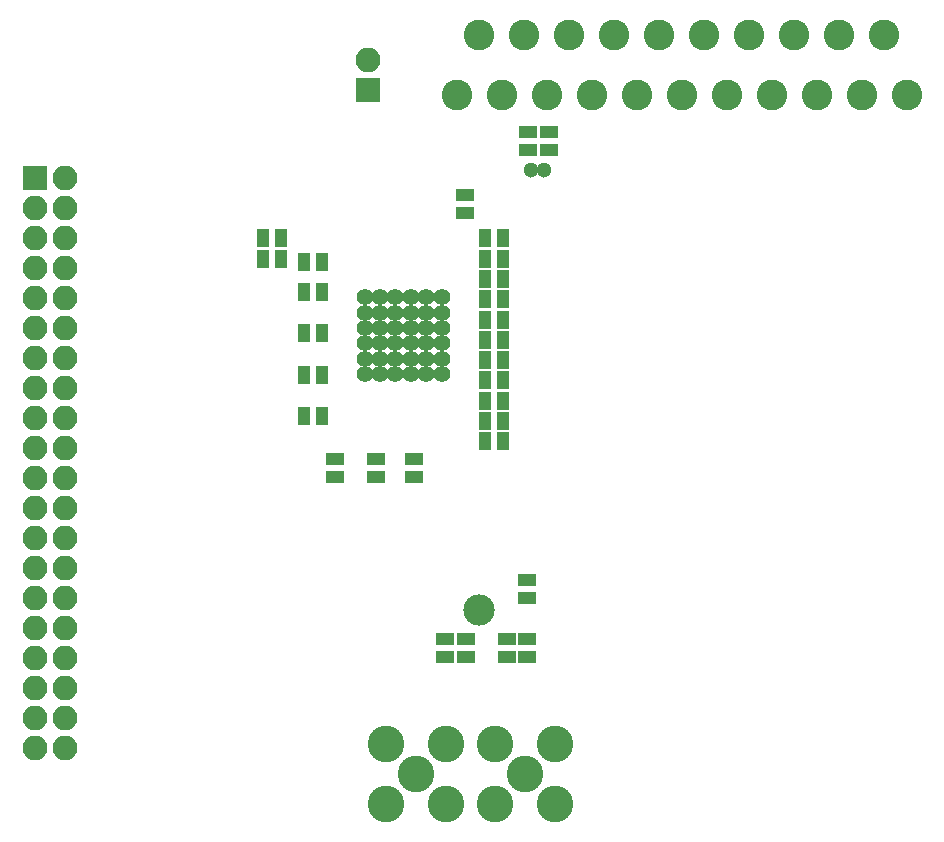
<source format=gbr>
G04 #@! TF.FileFunction,Soldermask,Bot*
%FSLAX46Y46*%
G04 Gerber Fmt 4.6, Leading zero omitted, Abs format (unit mm)*
G04 Created by KiCad (PCBNEW 4.0.6+dfsg1-1) date Fri Sep 29 01:28:00 2017*
%MOMM*%
%LPD*%
G01*
G04 APERTURE LIST*
%ADD10C,0.100000*%
%ADD11R,1.035000X1.543000*%
%ADD12R,1.543000X1.035000*%
%ADD13R,2.100000X2.100000*%
%ADD14O,2.100000X2.100000*%
%ADD15C,3.100000*%
%ADD16C,2.600000*%
%ADD17C,1.300000*%
%ADD18C,2.650000*%
%ADD19C,1.400000*%
G04 APERTURE END LIST*
D10*
D11*
X60242000Y-52890000D03*
X58718000Y-52890000D03*
X60242000Y-64900000D03*
X58718000Y-64900000D03*
X60242000Y-61470000D03*
X58718000Y-61470000D03*
X60242000Y-56320000D03*
X58718000Y-56320000D03*
X60242000Y-51170000D03*
X58718000Y-51170000D03*
X60232000Y-47720000D03*
X58708000Y-47720000D03*
X60242000Y-63180000D03*
X58718000Y-63180000D03*
X60242000Y-59750000D03*
X58718000Y-59750000D03*
X60242000Y-58030000D03*
X58718000Y-58030000D03*
X60242000Y-54600000D03*
X58718000Y-54600000D03*
X60242000Y-49450000D03*
X58718000Y-49450000D03*
D12*
X64120000Y-40242000D03*
X64120000Y-38718000D03*
X62340000Y-40242000D03*
X62340000Y-38718000D03*
X57040000Y-44078000D03*
X57040000Y-45602000D03*
X52760000Y-66368000D03*
X52760000Y-67892000D03*
X49520000Y-67892000D03*
X49520000Y-66368000D03*
X46080000Y-67902000D03*
X46080000Y-66378000D03*
D11*
X43418000Y-52240000D03*
X44942000Y-52240000D03*
X43408000Y-49740000D03*
X44932000Y-49740000D03*
X43418000Y-62750000D03*
X44942000Y-62750000D03*
X43418000Y-59250000D03*
X44942000Y-59250000D03*
X43418000Y-55750000D03*
X44942000Y-55750000D03*
D12*
X62300000Y-78132000D03*
X62300000Y-76608000D03*
X62280000Y-81638000D03*
X62280000Y-83162000D03*
X55370000Y-81618000D03*
X55370000Y-83142000D03*
X60560000Y-81638000D03*
X60560000Y-83162000D03*
X57090000Y-81618000D03*
X57090000Y-83142000D03*
D13*
X20630000Y-42600000D03*
D14*
X23170000Y-42600000D03*
X20630000Y-45140000D03*
X23170000Y-45140000D03*
X20630000Y-47680000D03*
X23170000Y-47680000D03*
X20630000Y-50220000D03*
X23170000Y-50220000D03*
X20630000Y-52760000D03*
X23170000Y-52760000D03*
X20630000Y-55300000D03*
X23170000Y-55300000D03*
X20630000Y-57840000D03*
X23170000Y-57840000D03*
X20630000Y-60380000D03*
X23170000Y-60380000D03*
X20630000Y-62920000D03*
X23170000Y-62920000D03*
X20630000Y-65460000D03*
X23170000Y-65460000D03*
X20630000Y-68000000D03*
X23170000Y-68000000D03*
X20630000Y-70540000D03*
X23170000Y-70540000D03*
X20630000Y-73080000D03*
X23170000Y-73080000D03*
X20630000Y-75620000D03*
X23170000Y-75620000D03*
X20630000Y-78160000D03*
X23170000Y-78160000D03*
X20630000Y-80700000D03*
X23170000Y-80700000D03*
X20630000Y-83240000D03*
X23170000Y-83240000D03*
X20630000Y-85780000D03*
X23170000Y-85780000D03*
X20630000Y-88320000D03*
X23170000Y-88320000D03*
X20630000Y-90860000D03*
X23170000Y-90860000D03*
D15*
X52860000Y-93040000D03*
X55400000Y-90500000D03*
X50320000Y-90500000D03*
X50320000Y-95580000D03*
X55400000Y-95580000D03*
X62110000Y-93040000D03*
X64650000Y-90500000D03*
X59570000Y-90500000D03*
X59570000Y-95580000D03*
X64650000Y-95580000D03*
D16*
X58250000Y-30500000D03*
X60155000Y-35580000D03*
X62060000Y-30500000D03*
X63965000Y-35580000D03*
X65870000Y-30500000D03*
X67775000Y-35580000D03*
X69680000Y-30500000D03*
X71585000Y-35580000D03*
X73490000Y-30500000D03*
X75395000Y-35580000D03*
X77300000Y-30500000D03*
X79205000Y-35580000D03*
X92540000Y-30500000D03*
X83015000Y-35580000D03*
X81110000Y-30500000D03*
X86825000Y-35580000D03*
X84920000Y-30500000D03*
X90635000Y-35580000D03*
X88730000Y-30500000D03*
X94445000Y-35580000D03*
X56345000Y-35580000D03*
D13*
X48870000Y-35180000D03*
D14*
X48870000Y-32640000D03*
D11*
X39928000Y-47720000D03*
X41452000Y-47720000D03*
X39928000Y-49480000D03*
X41452000Y-49480000D03*
D17*
X63750000Y-41910000D03*
X62650000Y-41910000D03*
D18*
X58190000Y-79220000D03*
D19*
X55058340Y-59215800D03*
X53758340Y-59215800D03*
X52458340Y-59215800D03*
X51158340Y-59215800D03*
X49858340Y-59215800D03*
X48558340Y-59215800D03*
X55058340Y-57915800D03*
X53758340Y-57915800D03*
X52458340Y-57915800D03*
X51158340Y-57915800D03*
X49858340Y-57915800D03*
X48558340Y-57915800D03*
X55058340Y-56615800D03*
X53758340Y-56615800D03*
X52458340Y-56615800D03*
X51158340Y-56615800D03*
X49858340Y-56615800D03*
X48558340Y-56615800D03*
X55058340Y-55315800D03*
X53758340Y-55315800D03*
X52458340Y-55315800D03*
X51158340Y-55315800D03*
X49858340Y-55315800D03*
X48558340Y-55315800D03*
X55058340Y-54015800D03*
X53758340Y-54015800D03*
X52458340Y-54015800D03*
X51158340Y-54015800D03*
X49858340Y-54015800D03*
X48558340Y-54015800D03*
X55058340Y-52715800D03*
X53758340Y-52715800D03*
X52458340Y-52715800D03*
X51158340Y-52715800D03*
X49858340Y-52715800D03*
X48558340Y-52715800D03*
M02*

</source>
